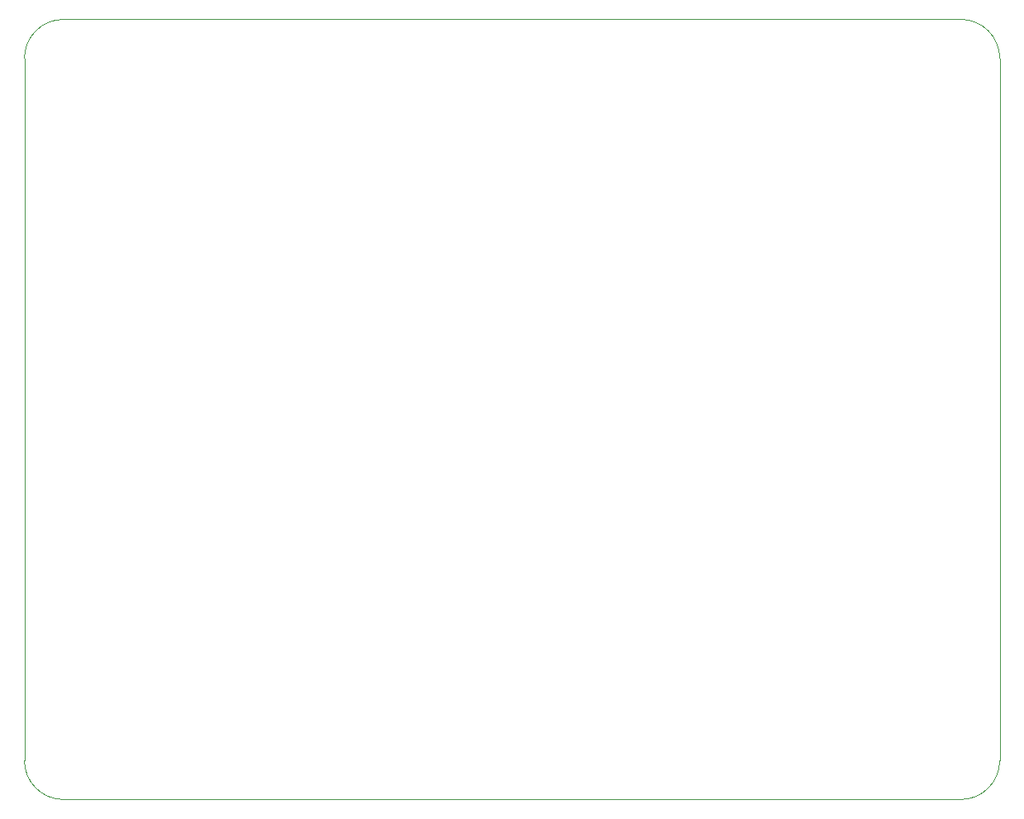
<source format=gbr>
G04 --- HEADER BEGIN --- *
G04 #@! TF.GenerationSoftware,LibrePCB,LibrePCB,1.1.0*
G04 #@! TF.CreationDate,2024-11-03T19:05:04*
G04 #@! TF.ProjectId,Nixie Counter,cfaec193-39cb-4766-881d-db9368be8cff,v2.0*
G04 #@! TF.Part,Single*
G04 #@! TF.SameCoordinates*
G04 #@! TF.FileFunction,Profile,NP*
%FSLAX66Y66*%
%MOMM*%
G01*
G75*
G04 --- HEADER END --- *
G04 --- APERTURE LIST BEGIN --- *
G04 #@! TA.AperFunction,Profile*
%ADD10C,0.001*%
G04 #@! TD*
G04 --- APERTURE LIST END --- *
G04 --- BOARD BEGIN --- *
D10*
X4000000Y80000000D02*
X4000000Y80000000D01*
X96000000Y80000000D01*
G02*
X100000000Y76000000I0J-4000000D01*
G01*
X100000000Y4000000D01*
G02*
X96000000Y0I-4000000J0D01*
G01*
X4000000Y0D01*
G02*
X0Y4000000I0J4000000D01*
G01*
X0Y76000000D01*
G02*
X4000000Y80000000I4000000J0D01*
G01*
G04 --- BOARD END --- *
G04 #@! TF.MD5,375010ea53d9e53a2458eb670e24b080*
M02*

</source>
